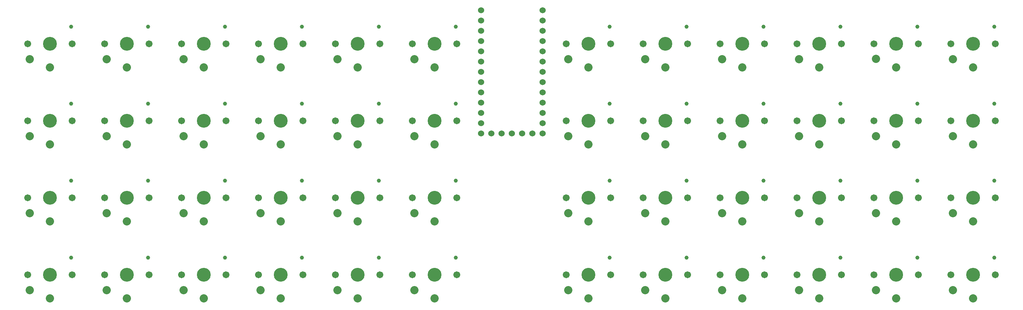
<source format=gbr>
%TF.GenerationSoftware,KiCad,Pcbnew,9.0.2*%
%TF.CreationDate,2025-10-14T14:27:29+03:00*%
%TF.ProjectId,eg48,65673438-2e6b-4696-9361-645f70636258,rev?*%
%TF.SameCoordinates,Original*%
%TF.FileFunction,Soldermask,Top*%
%TF.FilePolarity,Negative*%
%FSLAX46Y46*%
G04 Gerber Fmt 4.6, Leading zero omitted, Abs format (unit mm)*
G04 Created by KiCad (PCBNEW 9.0.2) date 2025-10-14 14:27:29*
%MOMM*%
%LPD*%
G01*
G04 APERTURE LIST*
%ADD10C,1.701800*%
%ADD11C,3.429000*%
%ADD12C,0.990600*%
%ADD13C,2.032000*%
%ADD14C,1.524000*%
G04 APERTURE END LIST*
D10*
%TO.C,SW34*%
X214130000Y-67320000D03*
D11*
X219630000Y-67320000D03*
D12*
X224850000Y-63120000D03*
D10*
X225130000Y-67320000D03*
D13*
X219630000Y-73220000D03*
X214630000Y-71120000D03*
%TD*%
D10*
%TO.C,SW2*%
X42680000Y-29220000D03*
D11*
X48180000Y-29220000D03*
D12*
X53400000Y-25020000D03*
D10*
X53680000Y-29220000D03*
D13*
X48180000Y-35120000D03*
X43180000Y-33020000D03*
%TD*%
D14*
%TO.C,U1*%
X135840000Y-23495000D03*
X135840000Y-26035000D03*
X135840000Y-33655000D03*
X135840000Y-36195000D03*
X151080000Y-31115000D03*
X135840000Y-38735000D03*
X135840000Y-41275000D03*
X151080000Y-23495000D03*
X135840000Y-43815000D03*
X135840000Y-46355000D03*
X135840000Y-48895000D03*
X135840000Y-51435000D03*
X135890000Y-20955000D03*
X151080000Y-20955000D03*
X138380000Y-51435000D03*
X140920000Y-51435000D03*
X143460000Y-51435000D03*
X146000000Y-51435000D03*
X148540000Y-51435000D03*
X151080000Y-46355000D03*
X151080000Y-51435000D03*
X151080000Y-43815000D03*
X151080000Y-48895000D03*
X151080000Y-41275000D03*
X151080000Y-38735000D03*
X151080000Y-36195000D03*
X151080000Y-33655000D03*
X135840000Y-28575000D03*
X135840000Y-31115000D03*
X151080000Y-26035000D03*
X151080000Y-28575000D03*
%TD*%
D10*
%TO.C,SW13*%
X23630000Y-48270000D03*
D11*
X29130000Y-48270000D03*
D12*
X34350000Y-44070000D03*
D10*
X34630000Y-48270000D03*
D13*
X29130000Y-54170000D03*
X24130000Y-52070000D03*
%TD*%
D10*
%TO.C,SW38*%
X42680000Y-86370000D03*
D11*
X48180000Y-86370000D03*
D12*
X53400000Y-82170000D03*
D10*
X53680000Y-86370000D03*
D13*
X48180000Y-92270000D03*
X43180000Y-90170000D03*
%TD*%
D10*
%TO.C,SW40*%
X80780000Y-86370000D03*
D11*
X86280000Y-86370000D03*
D12*
X91500000Y-82170000D03*
D10*
X91780000Y-86370000D03*
D13*
X86280000Y-92270000D03*
X81280000Y-90170000D03*
%TD*%
D10*
%TO.C,SW37*%
X23630000Y-86370000D03*
D11*
X29130000Y-86370000D03*
D12*
X34350000Y-82170000D03*
D10*
X34630000Y-86370000D03*
D13*
X29130000Y-92270000D03*
X24130000Y-90170000D03*
%TD*%
D10*
%TO.C,SW11*%
X233180000Y-29210000D03*
D11*
X238680000Y-29210000D03*
D12*
X243900000Y-25010000D03*
D10*
X244180000Y-29210000D03*
D13*
X238680000Y-35110000D03*
X233680000Y-33010000D03*
%TD*%
D10*
%TO.C,SW22*%
X214130000Y-48270000D03*
D11*
X219630000Y-48270000D03*
D12*
X224850000Y-44070000D03*
D10*
X225130000Y-48270000D03*
D13*
X219630000Y-54170000D03*
X214630000Y-52070000D03*
%TD*%
D10*
%TO.C,SW42*%
X118880000Y-86370000D03*
D11*
X124380000Y-86370000D03*
D12*
X129600000Y-82170000D03*
D10*
X129880000Y-86370000D03*
D13*
X124380000Y-92270000D03*
X119380000Y-90170000D03*
%TD*%
D10*
%TO.C,SW16*%
X80780000Y-48270000D03*
D11*
X86280000Y-48270000D03*
D12*
X91500000Y-44070000D03*
D10*
X91780000Y-48270000D03*
D13*
X86280000Y-54170000D03*
X81280000Y-52070000D03*
%TD*%
D10*
%TO.C,SW24*%
X252230000Y-48270000D03*
D11*
X257730000Y-48270000D03*
D12*
X262950000Y-44070000D03*
D10*
X263230000Y-48270000D03*
D13*
X257730000Y-54170000D03*
X252730000Y-52070000D03*
%TD*%
D10*
%TO.C,SW20*%
X176030000Y-48270000D03*
D11*
X181530000Y-48270000D03*
D12*
X186750000Y-44070000D03*
D10*
X187030000Y-48270000D03*
D13*
X181530000Y-54170000D03*
X176530000Y-52070000D03*
%TD*%
D10*
%TO.C,SW35*%
X233180000Y-67320000D03*
D11*
X238680000Y-67320000D03*
D12*
X243900000Y-63120000D03*
D10*
X244180000Y-67320000D03*
D13*
X238680000Y-73220000D03*
X233680000Y-71120000D03*
%TD*%
D10*
%TO.C,SW7*%
X156980000Y-29220000D03*
D11*
X162480000Y-29220000D03*
D12*
X167700000Y-25020000D03*
D10*
X167980000Y-29220000D03*
D13*
X162480000Y-35120000D03*
X157480000Y-33020000D03*
%TD*%
D10*
%TO.C,SW14*%
X42680000Y-48270000D03*
D11*
X48180000Y-48270000D03*
D12*
X53400000Y-44070000D03*
D10*
X53680000Y-48270000D03*
D13*
X48180000Y-54170000D03*
X43180000Y-52070000D03*
%TD*%
D10*
%TO.C,SW3*%
X61730000Y-29220000D03*
D11*
X67230000Y-29220000D03*
D12*
X72450000Y-25020000D03*
D10*
X72730000Y-29220000D03*
D13*
X67230000Y-35120000D03*
X62230000Y-33020000D03*
%TD*%
D10*
%TO.C,SW44*%
X176030000Y-86370000D03*
D11*
X181530000Y-86370000D03*
D12*
X186750000Y-82170000D03*
D10*
X187030000Y-86370000D03*
D13*
X181530000Y-92270000D03*
X176530000Y-90170000D03*
%TD*%
D10*
%TO.C,SW4*%
X80780000Y-29220000D03*
D11*
X86280000Y-29220000D03*
D12*
X91500000Y-25020000D03*
D10*
X91780000Y-29220000D03*
D13*
X86280000Y-35120000D03*
X81280000Y-33020000D03*
%TD*%
D10*
%TO.C,SW9*%
X195080000Y-29220000D03*
D11*
X200580000Y-29220000D03*
D12*
X205800000Y-25020000D03*
D10*
X206080000Y-29220000D03*
D13*
X200580000Y-35120000D03*
X195580000Y-33020000D03*
%TD*%
D10*
%TO.C,SW10*%
X214130000Y-29220000D03*
D11*
X219630000Y-29220000D03*
D12*
X224850000Y-25020000D03*
D10*
X225130000Y-29220000D03*
D13*
X219630000Y-35120000D03*
X214630000Y-33020000D03*
%TD*%
D10*
%TO.C,SW31*%
X156980000Y-67320000D03*
D11*
X162480000Y-67320000D03*
D12*
X167700000Y-63120000D03*
D10*
X167980000Y-67320000D03*
D13*
X162480000Y-73220000D03*
X157480000Y-71120000D03*
%TD*%
D10*
%TO.C,SW12*%
X252230000Y-29220000D03*
D11*
X257730000Y-29220000D03*
D12*
X262950000Y-25020000D03*
D10*
X263230000Y-29220000D03*
D13*
X257730000Y-35120000D03*
X252730000Y-33020000D03*
%TD*%
D10*
%TO.C,SW21*%
X195080000Y-48270000D03*
D11*
X200580000Y-48270000D03*
D12*
X205800000Y-44070000D03*
D10*
X206080000Y-48270000D03*
D13*
X200580000Y-54170000D03*
X195580000Y-52070000D03*
%TD*%
D10*
%TO.C,SW25*%
X23630000Y-67320000D03*
D11*
X29130000Y-67320000D03*
D12*
X34350000Y-63120000D03*
D10*
X34630000Y-67320000D03*
D13*
X29130000Y-73220000D03*
X24130000Y-71120000D03*
%TD*%
D10*
%TO.C,SW48*%
X252230000Y-86370000D03*
D11*
X257730000Y-86370000D03*
D12*
X262950000Y-82170000D03*
D10*
X263230000Y-86370000D03*
D13*
X257730000Y-92270000D03*
X252730000Y-90170000D03*
%TD*%
D10*
%TO.C,SW43*%
X156980000Y-86370000D03*
D11*
X162480000Y-86370000D03*
D12*
X167700000Y-82170000D03*
D10*
X167980000Y-86370000D03*
D13*
X162480000Y-92270000D03*
X157480000Y-90170000D03*
%TD*%
D10*
%TO.C,SW6*%
X118880000Y-29220000D03*
D11*
X124380000Y-29220000D03*
D12*
X129600000Y-25020000D03*
D10*
X129880000Y-29220000D03*
D13*
X124380000Y-35120000D03*
X119380000Y-33020000D03*
%TD*%
D10*
%TO.C,SW47*%
X233180000Y-86370000D03*
D11*
X238680000Y-86370000D03*
D12*
X243900000Y-82170000D03*
D10*
X244180000Y-86370000D03*
D13*
X238680000Y-92270000D03*
X233680000Y-90170000D03*
%TD*%
D10*
%TO.C,SW23*%
X233180000Y-48270000D03*
D11*
X238680000Y-48270000D03*
D12*
X243900000Y-44070000D03*
D10*
X244180000Y-48270000D03*
D13*
X238680000Y-54170000D03*
X233680000Y-52070000D03*
%TD*%
D10*
%TO.C,SW8*%
X176030000Y-29220000D03*
D11*
X181530000Y-29220000D03*
D12*
X186750000Y-25020000D03*
D10*
X187030000Y-29220000D03*
D13*
X181530000Y-35120000D03*
X176530000Y-33020000D03*
%TD*%
D10*
%TO.C,SW41*%
X99830000Y-86370000D03*
D11*
X105330000Y-86370000D03*
D12*
X110550000Y-82170000D03*
D10*
X110830000Y-86370000D03*
D13*
X105330000Y-92270000D03*
X100330000Y-90170000D03*
%TD*%
D10*
%TO.C,SW1*%
X23630000Y-29220000D03*
D11*
X29130000Y-29220000D03*
D12*
X34350000Y-25020000D03*
D10*
X34630000Y-29220000D03*
D13*
X29130000Y-35120000D03*
X24130000Y-33020000D03*
%TD*%
D10*
%TO.C,SW17*%
X99830000Y-48270000D03*
D11*
X105330000Y-48270000D03*
D12*
X110550000Y-44070000D03*
D10*
X110830000Y-48270000D03*
D13*
X105330000Y-54170000D03*
X100330000Y-52070000D03*
%TD*%
D10*
%TO.C,SW18*%
X118880000Y-48270000D03*
D11*
X124380000Y-48270000D03*
D12*
X129600000Y-44070000D03*
D10*
X129880000Y-48270000D03*
D13*
X124380000Y-54170000D03*
X119380000Y-52070000D03*
%TD*%
D10*
%TO.C,SW46*%
X214130000Y-86370000D03*
D11*
X219630000Y-86370000D03*
D12*
X224850000Y-82170000D03*
D10*
X225130000Y-86370000D03*
D13*
X219630000Y-92270000D03*
X214630000Y-90170000D03*
%TD*%
D10*
%TO.C,SW5*%
X99830000Y-29220000D03*
D11*
X105330000Y-29220000D03*
D12*
X110550000Y-25020000D03*
D10*
X110830000Y-29220000D03*
D13*
X105330000Y-35120000D03*
X100330000Y-33020000D03*
%TD*%
D10*
%TO.C,SW15*%
X61730000Y-48270000D03*
D11*
X67230000Y-48270000D03*
D12*
X72450000Y-44070000D03*
D10*
X72730000Y-48270000D03*
D13*
X67230000Y-54170000D03*
X62230000Y-52070000D03*
%TD*%
D10*
%TO.C,SW39*%
X61730000Y-86370000D03*
D11*
X67230000Y-86370000D03*
D12*
X72450000Y-82170000D03*
D10*
X72730000Y-86370000D03*
D13*
X67230000Y-92270000D03*
X62230000Y-90170000D03*
%TD*%
D10*
%TO.C,SW45*%
X195080000Y-86370000D03*
D11*
X200580000Y-86370000D03*
D12*
X205800000Y-82170000D03*
D10*
X206080000Y-86370000D03*
D13*
X200580000Y-92270000D03*
X195580000Y-90170000D03*
%TD*%
D10*
%TO.C,SW26*%
X42680000Y-67320000D03*
D11*
X48180000Y-67320000D03*
D12*
X53400000Y-63120000D03*
D10*
X53680000Y-67320000D03*
D13*
X48180000Y-73220000D03*
X43180000Y-71120000D03*
%TD*%
D10*
%TO.C,SW30*%
X118880000Y-67320000D03*
D11*
X124380000Y-67320000D03*
D12*
X129600000Y-63120000D03*
D10*
X129880000Y-67320000D03*
D13*
X124380000Y-73220000D03*
X119380000Y-71120000D03*
%TD*%
D10*
%TO.C,SW19*%
X156980000Y-48270000D03*
D11*
X162480000Y-48270000D03*
D12*
X167700000Y-44070000D03*
D10*
X167980000Y-48270000D03*
D13*
X162480000Y-54170000D03*
X157480000Y-52070000D03*
%TD*%
D10*
%TO.C,SW32*%
X176030000Y-67320000D03*
D11*
X181530000Y-67320000D03*
D12*
X186750000Y-63120000D03*
D10*
X187030000Y-67320000D03*
D13*
X181530000Y-73220000D03*
X176530000Y-71120000D03*
%TD*%
D10*
%TO.C,SW36*%
X252230000Y-67320000D03*
D11*
X257730000Y-67320000D03*
D12*
X262950000Y-63120000D03*
D10*
X263230000Y-67320000D03*
D13*
X257730000Y-73220000D03*
X252730000Y-71120000D03*
%TD*%
D10*
%TO.C,SW27*%
X61730000Y-67320000D03*
D11*
X67230000Y-67320000D03*
D12*
X72450000Y-63120000D03*
D10*
X72730000Y-67320000D03*
D13*
X67230000Y-73220000D03*
X62230000Y-71120000D03*
%TD*%
D10*
%TO.C,SW28*%
X80780000Y-67320000D03*
D11*
X86280000Y-67320000D03*
D12*
X91500000Y-63120000D03*
D10*
X91780000Y-67320000D03*
D13*
X86280000Y-73220000D03*
X81280000Y-71120000D03*
%TD*%
D10*
%TO.C,SW33*%
X195080000Y-67320000D03*
D11*
X200580000Y-67320000D03*
D12*
X205800000Y-63120000D03*
D10*
X206080000Y-67320000D03*
D13*
X200580000Y-73220000D03*
X195580000Y-71120000D03*
%TD*%
D10*
%TO.C,SW29*%
X99830000Y-67320000D03*
D11*
X105330000Y-67320000D03*
D12*
X110550000Y-63120000D03*
D10*
X110830000Y-67320000D03*
D13*
X105330000Y-73220000D03*
X100330000Y-71120000D03*
%TD*%
M02*

</source>
